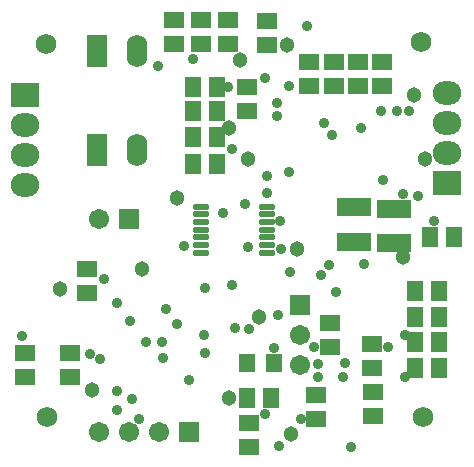
<source format=gbs>
G04 Layer_Color=16711935*
%FSTAX24Y24*%
%MOIN*%
G70*
G01*
G75*
%ADD61R,0.0580X0.0710*%
%ADD62R,0.0710X0.0580*%
%ADD65R,0.0946X0.0789*%
%ADD66O,0.0946X0.0789*%
%ADD67R,0.0671X0.0671*%
%ADD68C,0.0671*%
%ADD69C,0.0680*%
%ADD70O,0.0680X0.1080*%
%ADD71R,0.0680X0.1080*%
%ADD72R,0.0671X0.0671*%
%ADD73C,0.0356*%
%ADD74C,0.0513*%
%ADD75O,0.0572X0.0218*%
%ADD76R,0.0580X0.0630*%
%ADD77R,0.1143X0.0592*%
D61*
X0408Y02665D02*
D03*
X04D02*
D03*
X0408Y0258D02*
D03*
X04D02*
D03*
X0408Y02495D02*
D03*
X04D02*
D03*
X0408Y0275D02*
D03*
X04D02*
D03*
X0405Y0293D02*
D03*
X0413D02*
D03*
X0326Y0343D02*
D03*
X0334D02*
D03*
X0326Y0335D02*
D03*
X0334D02*
D03*
X0344Y02395D02*
D03*
X0352D02*
D03*
X0326Y03175D02*
D03*
X0334D02*
D03*
X0326Y03265D02*
D03*
X0334D02*
D03*
D62*
X0381Y03435D02*
D03*
Y03515D02*
D03*
X0389D02*
D03*
Y03435D02*
D03*
X03445Y0231D02*
D03*
Y0223D02*
D03*
X03505Y0357D02*
D03*
Y0365D02*
D03*
X0367Y02325D02*
D03*
Y02405D02*
D03*
X03715Y02645D02*
D03*
Y02565D02*
D03*
X02905Y02745D02*
D03*
Y02825D02*
D03*
X0344Y0343D02*
D03*
Y0335D02*
D03*
X027Y02465D02*
D03*
Y02545D02*
D03*
X03285Y03655D02*
D03*
Y03575D02*
D03*
X03195Y03655D02*
D03*
Y03575D02*
D03*
X03375Y03655D02*
D03*
Y03575D02*
D03*
X03855Y02495D02*
D03*
Y02575D02*
D03*
X0386Y02415D02*
D03*
Y02335D02*
D03*
X03645Y03435D02*
D03*
Y03515D02*
D03*
X0373Y03435D02*
D03*
Y03515D02*
D03*
X0285Y02545D02*
D03*
Y02465D02*
D03*
D65*
X027Y03405D02*
D03*
X04105Y0311D02*
D03*
D66*
X027Y03305D02*
D03*
Y03205D02*
D03*
Y03105D02*
D03*
X04105Y0321D02*
D03*
Y0331D02*
D03*
Y0341D02*
D03*
D67*
X03045Y0299D02*
D03*
X03245Y0228D02*
D03*
D68*
X02945Y0299D02*
D03*
X03145Y0228D02*
D03*
X03045D02*
D03*
X02945D02*
D03*
X03615Y02505D02*
D03*
Y02605D02*
D03*
D69*
X04025Y0233D02*
D03*
X0402Y0358D02*
D03*
X027725Y0233D02*
D03*
X0277Y03575D02*
D03*
D70*
X03072Y032195D02*
D03*
Y035495D02*
D03*
D71*
X02938Y032205D02*
D03*
Y035505D02*
D03*
D72*
X03615Y02705D02*
D03*
D73*
X03543Y0267D02*
D03*
X0353Y0256D02*
D03*
X0269Y026D02*
D03*
X04009Y03066D02*
D03*
X0396Y03075D02*
D03*
X0391Y02565D02*
D03*
X03965Y02605D02*
D03*
X03245Y02455D02*
D03*
X03785Y0223D02*
D03*
X03545Y02235D02*
D03*
X03498Y02341D02*
D03*
X03445Y02625D02*
D03*
X0316Y025277D02*
D03*
X03295Y02605D02*
D03*
X033Y02545D02*
D03*
X03155Y0258D02*
D03*
X03205Y0264D02*
D03*
X0295Y02525D02*
D03*
X03548Y02983D02*
D03*
X03892Y03121D02*
D03*
X04061Y02984D02*
D03*
X03577Y03147D02*
D03*
X03712Y02836D02*
D03*
X037347Y027467D02*
D03*
X0383Y02842D02*
D03*
X03387Y02771D02*
D03*
X03553Y0289D02*
D03*
X03441Y02896D02*
D03*
X02916Y0254D02*
D03*
X03143Y035D02*
D03*
X03258Y03525D02*
D03*
X03077Y02323D02*
D03*
X03049Y0265D02*
D03*
X0336Y0301D02*
D03*
X03103Y025808D02*
D03*
X035828Y028138D02*
D03*
X03005Y02711D02*
D03*
X03431Y0304D02*
D03*
X036864Y028054D02*
D03*
X034Y026263D02*
D03*
X0364Y03635D02*
D03*
X03965Y02465D02*
D03*
X0362Y02325D02*
D03*
X03662Y02565D02*
D03*
X0354Y03335D02*
D03*
X03577Y03435D02*
D03*
X03538Y03377D02*
D03*
X03005Y02416D02*
D03*
X03055Y0239D02*
D03*
X03005Y02355D02*
D03*
X0398Y0335D02*
D03*
X0394D02*
D03*
X038178Y032928D02*
D03*
X03885Y0335D02*
D03*
X03505Y03078D02*
D03*
Y03135D02*
D03*
X036944Y033094D02*
D03*
X03721Y032711D02*
D03*
X033Y0276D02*
D03*
X02962Y0279D02*
D03*
X03375Y0343D02*
D03*
X035Y0346D02*
D03*
X0376Y02465D02*
D03*
X03387Y03223D02*
D03*
X0323Y029D02*
D03*
X031692Y0269D02*
D03*
X03675Y025075D02*
D03*
Y02465D02*
D03*
X03765Y0251D02*
D03*
D74*
X0338Y02395D02*
D03*
X0348Y02665D02*
D03*
X03572Y0357D02*
D03*
X0309Y02825D02*
D03*
X03442Y03192D02*
D03*
X04032D02*
D03*
X03996Y034046D02*
D03*
X02815Y02757D02*
D03*
X02922Y0242D02*
D03*
X03585Y02275D02*
D03*
X03205Y0306D02*
D03*
X03605Y0289D02*
D03*
X03415Y0352D02*
D03*
X0338Y03295D02*
D03*
X0396Y02865D02*
D03*
D75*
X035062Y030318D02*
D03*
Y030062D02*
D03*
Y029806D02*
D03*
Y02955D02*
D03*
Y029294D02*
D03*
Y029038D02*
D03*
Y028782D02*
D03*
X032838Y030318D02*
D03*
Y030062D02*
D03*
Y029806D02*
D03*
Y02955D02*
D03*
Y029294D02*
D03*
Y029038D02*
D03*
Y028782D02*
D03*
D76*
X0344Y0251D02*
D03*
X0353D02*
D03*
D77*
X03795Y030292D02*
D03*
Y02915D02*
D03*
X0393Y030242D02*
D03*
Y0291D02*
D03*
M02*

</source>
